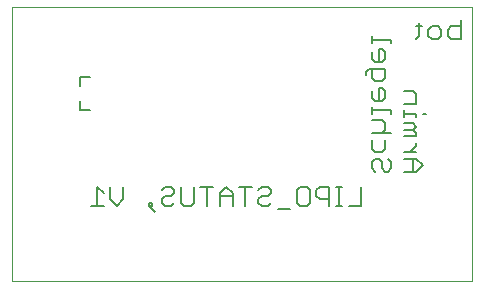
<source format=gbo>
G75*
%MOIN*%
%OFA0B0*%
%FSLAX24Y24*%
%IPPOS*%
%LPD*%
%AMOC8*
5,1,8,0,0,1.08239X$1,22.5*
%
%ADD10C,0.0000*%
%ADD11C,0.0060*%
D10*
X000542Y000150D02*
X000542Y009284D01*
X015896Y009284D01*
X015896Y000150D01*
X000542Y000150D01*
D11*
X003184Y002660D02*
X003611Y002660D01*
X003397Y002660D02*
X003397Y003301D01*
X003611Y003087D01*
X003828Y002874D02*
X003828Y003301D01*
X004255Y003301D02*
X004255Y002874D01*
X004042Y002660D01*
X003828Y002874D01*
X005116Y002767D02*
X005116Y002660D01*
X005223Y002660D01*
X005223Y002767D01*
X005116Y002767D01*
X005116Y002660D02*
X005330Y002447D01*
X005547Y002767D02*
X005654Y002660D01*
X005867Y002660D01*
X005974Y002767D01*
X006192Y002767D02*
X006192Y003301D01*
X005974Y003194D02*
X005974Y003087D01*
X005867Y002981D01*
X005654Y002981D01*
X005547Y002874D01*
X005547Y002767D01*
X005547Y003194D02*
X005654Y003301D01*
X005867Y003301D01*
X005974Y003194D01*
X006192Y002767D02*
X006298Y002660D01*
X006512Y002660D01*
X006619Y002767D01*
X006619Y003301D01*
X006836Y003301D02*
X007263Y003301D01*
X007050Y003301D02*
X007050Y002660D01*
X007481Y002660D02*
X007481Y003087D01*
X007694Y003301D01*
X007908Y003087D01*
X007908Y002660D01*
X007908Y002981D02*
X007481Y002981D01*
X008125Y003301D02*
X008552Y003301D01*
X008339Y003301D02*
X008339Y002660D01*
X008770Y002767D02*
X008770Y002874D01*
X008877Y002981D01*
X009090Y002981D01*
X009197Y003087D01*
X009197Y003194D01*
X009090Y003301D01*
X008877Y003301D01*
X008770Y003194D01*
X008770Y002767D02*
X008877Y002660D01*
X009090Y002660D01*
X009197Y002767D01*
X009414Y002554D02*
X009841Y002554D01*
X010059Y002767D02*
X010166Y002660D01*
X010379Y002660D01*
X010486Y002767D01*
X010486Y003194D01*
X010379Y003301D01*
X010166Y003301D01*
X010059Y003194D01*
X010059Y002767D01*
X010703Y002981D02*
X010703Y003194D01*
X010810Y003301D01*
X011130Y003301D01*
X011130Y002660D01*
X011347Y002660D02*
X011560Y002660D01*
X011453Y002660D02*
X011453Y003301D01*
X011347Y003301D02*
X011560Y003301D01*
X011130Y002874D02*
X010810Y002874D01*
X010703Y002981D01*
X011778Y002660D02*
X012205Y002660D01*
X012205Y003301D01*
X012669Y003800D02*
X012562Y003907D01*
X012562Y004120D01*
X012669Y004227D01*
X012775Y004227D01*
X012882Y004120D01*
X012882Y003907D01*
X012989Y003800D01*
X013096Y003800D01*
X013202Y003907D01*
X013202Y004120D01*
X013096Y004227D01*
X012882Y004444D02*
X012669Y004444D01*
X012562Y004551D01*
X012562Y004871D01*
X012562Y005089D02*
X013202Y005089D01*
X012989Y005196D02*
X012989Y005409D01*
X012882Y005516D01*
X012562Y005516D01*
X012562Y005733D02*
X012562Y005947D01*
X012562Y005840D02*
X013202Y005840D01*
X013202Y005733D01*
X013612Y005733D02*
X014039Y005733D01*
X014039Y005626D01*
X014252Y005733D02*
X014359Y005733D01*
X014039Y006056D02*
X014039Y006376D01*
X013932Y006483D01*
X013612Y006483D01*
X012989Y006483D02*
X012989Y006270D01*
X012882Y006163D01*
X012669Y006163D01*
X012562Y006270D01*
X012562Y006483D01*
X012775Y006590D02*
X012775Y006163D01*
X012989Y006483D02*
X012882Y006590D01*
X012775Y006590D01*
X012669Y006808D02*
X012562Y006914D01*
X012562Y007235D01*
X012455Y007235D02*
X012989Y007235D01*
X012989Y006914D01*
X012882Y006808D01*
X012669Y006808D01*
X012348Y007021D02*
X012348Y007128D01*
X012455Y007235D01*
X012669Y007452D02*
X012882Y007452D01*
X012989Y007559D01*
X012989Y007772D01*
X012882Y007879D01*
X012775Y007879D01*
X012775Y007452D01*
X012669Y007452D02*
X012562Y007559D01*
X012562Y007772D01*
X012562Y008097D02*
X012562Y008310D01*
X012562Y008204D02*
X013202Y008204D01*
X013202Y008097D01*
X014009Y008211D02*
X014116Y008318D01*
X014116Y008745D01*
X014223Y008639D02*
X014009Y008639D01*
X014440Y008532D02*
X014547Y008639D01*
X014760Y008639D01*
X014867Y008532D01*
X014867Y008318D01*
X014760Y008211D01*
X014547Y008211D01*
X014440Y008318D01*
X014440Y008532D01*
X015085Y008532D02*
X015085Y008318D01*
X015192Y008211D01*
X015512Y008211D01*
X015512Y008852D01*
X015512Y008639D02*
X015192Y008639D01*
X015085Y008532D01*
X014039Y006056D02*
X013612Y006056D01*
X013612Y005839D02*
X013612Y005626D01*
X013612Y005408D02*
X013932Y005408D01*
X014039Y005302D01*
X013932Y005195D01*
X013612Y005195D01*
X013612Y004981D02*
X014039Y004981D01*
X014039Y005088D01*
X013932Y005195D01*
X014039Y004765D02*
X014039Y004658D01*
X013825Y004444D01*
X013612Y004444D02*
X014039Y004444D01*
X014039Y004227D02*
X013612Y004227D01*
X013932Y004227D02*
X013932Y003800D01*
X014039Y003800D02*
X014252Y004013D01*
X014039Y004227D01*
X014039Y003800D02*
X013612Y003800D01*
X012882Y004444D02*
X012989Y004551D01*
X012989Y004871D01*
X012882Y005089D02*
X012989Y005196D01*
X003174Y005850D02*
X002841Y005850D01*
X002841Y006161D01*
X002841Y006669D02*
X002841Y006970D01*
X003174Y006970D01*
M02*

</source>
